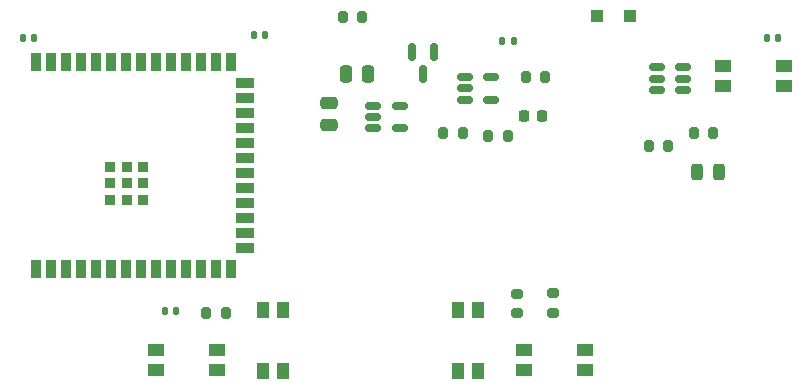
<source format=gbr>
%TF.GenerationSoftware,KiCad,Pcbnew,7.0.7*%
%TF.CreationDate,2025-04-06T11:57:42-05:00*%
%TF.ProjectId,LASK5_V2-0,4c41534b-355f-4563-922d-302e6b696361,rev?*%
%TF.SameCoordinates,Original*%
%TF.FileFunction,Paste,Top*%
%TF.FilePolarity,Positive*%
%FSLAX46Y46*%
G04 Gerber Fmt 4.6, Leading zero omitted, Abs format (unit mm)*
G04 Created by KiCad (PCBNEW 7.0.7) date 2025-04-06 11:57:42*
%MOMM*%
%LPD*%
G01*
G04 APERTURE LIST*
G04 Aperture macros list*
%AMRoundRect*
0 Rectangle with rounded corners*
0 $1 Rounding radius*
0 $2 $3 $4 $5 $6 $7 $8 $9 X,Y pos of 4 corners*
0 Add a 4 corners polygon primitive as box body*
4,1,4,$2,$3,$4,$5,$6,$7,$8,$9,$2,$3,0*
0 Add four circle primitives for the rounded corners*
1,1,$1+$1,$2,$3*
1,1,$1+$1,$4,$5*
1,1,$1+$1,$6,$7*
1,1,$1+$1,$8,$9*
0 Add four rect primitives between the rounded corners*
20,1,$1+$1,$2,$3,$4,$5,0*
20,1,$1+$1,$4,$5,$6,$7,0*
20,1,$1+$1,$6,$7,$8,$9,0*
20,1,$1+$1,$8,$9,$2,$3,0*%
G04 Aperture macros list end*
%ADD10RoundRect,0.140000X-0.140000X-0.170000X0.140000X-0.170000X0.140000X0.170000X-0.140000X0.170000X0*%
%ADD11RoundRect,0.200000X-0.200000X-0.275000X0.200000X-0.275000X0.200000X0.275000X-0.200000X0.275000X0*%
%ADD12RoundRect,0.250000X-0.475000X0.250000X-0.475000X-0.250000X0.475000X-0.250000X0.475000X0.250000X0*%
%ADD13RoundRect,0.150000X-0.150000X0.587500X-0.150000X-0.587500X0.150000X-0.587500X0.150000X0.587500X0*%
%ADD14RoundRect,0.150000X-0.512500X-0.150000X0.512500X-0.150000X0.512500X0.150000X-0.512500X0.150000X0*%
%ADD15RoundRect,0.200000X0.275000X-0.200000X0.275000X0.200000X-0.275000X0.200000X-0.275000X-0.200000X0*%
%ADD16R,1.450000X1.000000*%
%ADD17RoundRect,0.225000X0.225000X0.250000X-0.225000X0.250000X-0.225000X-0.250000X0.225000X-0.250000X0*%
%ADD18RoundRect,0.250000X-0.300000X-0.300000X0.300000X-0.300000X0.300000X0.300000X-0.300000X0.300000X0*%
%ADD19R,0.812800X1.498600*%
%ADD20R,1.498600X0.812800*%
%ADD21R,0.889000X0.889000*%
%ADD22R,1.000000X1.450000*%
%ADD23RoundRect,0.200000X0.200000X0.275000X-0.200000X0.275000X-0.200000X-0.275000X0.200000X-0.275000X0*%
%ADD24RoundRect,0.243750X-0.243750X-0.456250X0.243750X-0.456250X0.243750X0.456250X-0.243750X0.456250X0*%
%ADD25RoundRect,0.250000X0.250000X0.475000X-0.250000X0.475000X-0.250000X-0.475000X0.250000X-0.475000X0*%
G04 APERTURE END LIST*
D10*
%TO.C,C2*%
X122484000Y-71120000D03*
X123444000Y-71120000D03*
%TD*%
D11*
%TO.C,R4*%
X165101000Y-74427000D03*
X166751000Y-74427000D03*
%TD*%
D12*
%TO.C,C6*%
X148452000Y-76581000D03*
X148452000Y-78481000D03*
%TD*%
D11*
%TO.C,R9*%
X149607000Y-69342000D03*
X151257000Y-69342000D03*
%TD*%
D13*
%TO.C,Q2*%
X157353000Y-72263000D03*
X155453000Y-72263000D03*
X156403000Y-74138000D03*
%TD*%
D14*
%TO.C,U4*%
X159904000Y-74427000D03*
X159904000Y-75377000D03*
X159904000Y-76327000D03*
X162179000Y-76327000D03*
X162179000Y-74427000D03*
%TD*%
D15*
%TO.C,R2*%
X164338000Y-94424000D03*
X164338000Y-92774000D03*
%TD*%
D16*
%TO.C,SW_PWR1*%
X181794000Y-75184000D03*
X181794000Y-73484000D03*
X186944000Y-75184000D03*
X186944000Y-73484000D03*
%TD*%
D17*
%TO.C,C8*%
X166497000Y-77729000D03*
X164947000Y-77729000D03*
%TD*%
D14*
%TO.C,U3*%
X152146000Y-76835000D03*
X152146000Y-77785000D03*
X152146000Y-78735000D03*
X154421000Y-78735000D03*
X154421000Y-76835000D03*
%TD*%
D11*
%TO.C,R3*%
X179325000Y-79121000D03*
X180975000Y-79121000D03*
%TD*%
%TO.C,R8*%
X161926000Y-79375000D03*
X163576000Y-79375000D03*
%TD*%
D10*
%TO.C,C4*%
X142042000Y-70866000D03*
X143002000Y-70866000D03*
%TD*%
%TO.C,C5*%
X134549000Y-94234000D03*
X135509000Y-94234000D03*
%TD*%
%TO.C,C3*%
X185476000Y-71120000D03*
X186436000Y-71120000D03*
%TD*%
D18*
%TO.C,D1*%
X171087000Y-69215000D03*
X173887000Y-69215000D03*
%TD*%
D15*
%TO.C,R1*%
X167386000Y-94361000D03*
X167386000Y-92711000D03*
%TD*%
D16*
%TO.C,SW_SEL1*%
X164973000Y-99187000D03*
X164973000Y-97487000D03*
X170123000Y-99187000D03*
X170123000Y-97487000D03*
%TD*%
D11*
%TO.C,R7*%
X158116000Y-79121000D03*
X159766000Y-79121000D03*
%TD*%
D19*
%TO.C,U2*%
X123591000Y-90665000D03*
X124861000Y-90665000D03*
X126131000Y-90665000D03*
X127401000Y-90665000D03*
X128671000Y-90665000D03*
X129941000Y-90665000D03*
X131211000Y-90665000D03*
X132481000Y-90665000D03*
X133751000Y-90665000D03*
X135021000Y-90665000D03*
X136291000Y-90665000D03*
X137561000Y-90665000D03*
X138831000Y-90665000D03*
X140101000Y-90665000D03*
D20*
X141351000Y-88900000D03*
X141351000Y-87630000D03*
X141351000Y-86360000D03*
X141351000Y-85090000D03*
X141351000Y-83820000D03*
X141351000Y-82550000D03*
X141351000Y-81280000D03*
X141351000Y-80010000D03*
X141351000Y-78740000D03*
X141351000Y-77470000D03*
X141351000Y-76200000D03*
X141351000Y-74930000D03*
D19*
X140101000Y-73165000D03*
X138831000Y-73165000D03*
X137561000Y-73165000D03*
X136291000Y-73165000D03*
X135021000Y-73165000D03*
X133751000Y-73165000D03*
X132481000Y-73165000D03*
X131211000Y-73165000D03*
X129941000Y-73165000D03*
X128671000Y-73165000D03*
X127401000Y-73165000D03*
X126131000Y-73165000D03*
X124861000Y-73165000D03*
X123591000Y-73165000D03*
D21*
X131311000Y-83415000D03*
X129911000Y-84815000D03*
X131311000Y-84815000D03*
X132711000Y-84815000D03*
X132711000Y-83415000D03*
X132711000Y-82015000D03*
X131311000Y-82015000D03*
X129911000Y-82015000D03*
X129911000Y-83415000D03*
%TD*%
D22*
%TO.C,SW_RST1*%
X144526000Y-99314000D03*
X142826000Y-99314000D03*
X144526000Y-94164000D03*
X142826000Y-94164000D03*
%TD*%
D23*
%TO.C,R6*%
X139700000Y-94361000D03*
X138050000Y-94361000D03*
%TD*%
D24*
%TO.C,D2*%
X179608000Y-82423000D03*
X181483000Y-82423000D03*
%TD*%
D16*
%TO.C,SW_BOOT1*%
X133788000Y-99236000D03*
X133788000Y-97536000D03*
X138938000Y-99236000D03*
X138938000Y-97536000D03*
%TD*%
D11*
%TO.C,R5*%
X175515000Y-80264000D03*
X177165000Y-80264000D03*
%TD*%
D25*
%TO.C,C7*%
X151754000Y-74168000D03*
X149854000Y-74168000D03*
%TD*%
D10*
%TO.C,C1*%
X163096000Y-71374000D03*
X164056000Y-71374000D03*
%TD*%
D14*
%TO.C,MAX1*%
X176160000Y-73599000D03*
X176160000Y-74549000D03*
X176160000Y-75499000D03*
X178435000Y-75499000D03*
X178435000Y-74549000D03*
X178435000Y-73599000D03*
%TD*%
D22*
%TO.C,SW_M1*%
X161036000Y-99314000D03*
X159336000Y-99314000D03*
X161036000Y-94164000D03*
X159336000Y-94164000D03*
%TD*%
M02*

</source>
